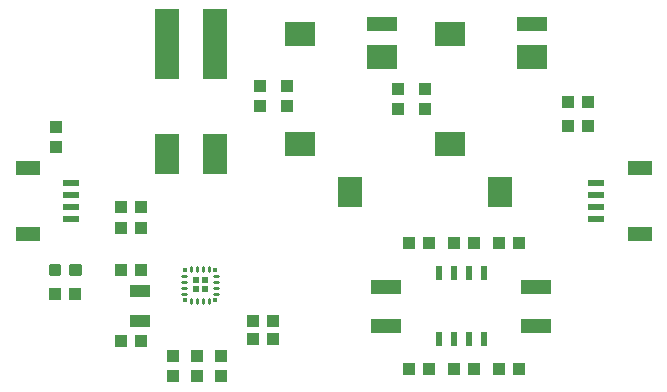
<source format=gtp>
G75*
%MOIN*%
%OFA0B0*%
%FSLAX25Y25*%
%IPPOS*%
%LPD*%
%AMOC8*
5,1,8,0,0,1.08239X$1,22.5*
%
%ADD10R,0.04331X0.03937*%
%ADD11R,0.03937X0.04331*%
%ADD12R,0.09843X0.04724*%
%ADD13C,0.01181*%
%ADD14R,0.09843X0.07874*%
%ADD15R,0.07874X0.09843*%
%ADD16R,0.07874X0.13780*%
%ADD17R,0.07874X0.23622*%
%ADD18R,0.07874X0.04724*%
%ADD19R,0.05315X0.02362*%
%ADD20C,0.01047*%
%ADD21R,0.01339X0.01339*%
%ADD22R,0.02264X0.02315*%
%ADD23R,0.02252X0.02406*%
%ADD24R,0.02390X0.02402*%
%ADD25R,0.02417X0.02339*%
%ADD26R,0.02362X0.04724*%
%ADD27R,0.07087X0.03937*%
D10*
X0099987Y0083500D03*
X0106680Y0083500D03*
X0084680Y0099000D03*
X0077987Y0099000D03*
X0099987Y0107000D03*
X0106680Y0107000D03*
X0106680Y0121000D03*
X0099987Y0121000D03*
X0099987Y0128000D03*
X0106680Y0128000D03*
X0143987Y0090000D03*
X0150680Y0090000D03*
X0150680Y0084000D03*
X0143987Y0084000D03*
X0195987Y0074000D03*
X0202680Y0074000D03*
X0210987Y0074000D03*
X0217680Y0074000D03*
X0225987Y0074000D03*
X0232680Y0074000D03*
X0232680Y0116000D03*
X0225987Y0116000D03*
X0217680Y0116000D03*
X0210987Y0116000D03*
X0202680Y0116000D03*
X0195987Y0116000D03*
X0248987Y0155000D03*
X0255680Y0155000D03*
X0255680Y0163000D03*
X0248987Y0163000D03*
D11*
X0117333Y0071654D03*
X0117333Y0078346D03*
X0125333Y0078346D03*
X0133333Y0078346D03*
X0133333Y0071654D03*
X0125333Y0071654D03*
X0078333Y0148154D03*
X0078333Y0154846D03*
X0146333Y0161654D03*
X0155333Y0161654D03*
X0155333Y0168346D03*
X0146333Y0168346D03*
X0192333Y0167346D03*
X0201333Y0167346D03*
X0201333Y0160654D03*
X0192333Y0160654D03*
D12*
X0186916Y0189094D03*
X0236916Y0189094D03*
X0238333Y0101496D03*
X0238333Y0088504D03*
X0188333Y0088504D03*
X0188333Y0101496D03*
D13*
X0086164Y0105622D02*
X0086164Y0108378D01*
X0086164Y0105622D02*
X0083408Y0105622D01*
X0083408Y0108378D01*
X0086164Y0108378D01*
X0086164Y0106744D02*
X0083408Y0106744D01*
X0083408Y0107866D02*
X0086164Y0107866D01*
X0079259Y0108378D02*
X0079259Y0105622D01*
X0076503Y0105622D01*
X0076503Y0108378D01*
X0079259Y0108378D01*
X0079259Y0106744D02*
X0076503Y0106744D01*
X0076503Y0107866D02*
X0079259Y0107866D01*
D14*
X0159751Y0148937D03*
X0186916Y0178071D03*
X0209751Y0185551D03*
X0236916Y0178071D03*
X0209751Y0148937D03*
X0159751Y0185551D03*
D15*
X0176286Y0132992D03*
X0226286Y0132992D03*
D16*
X0131207Y0145831D03*
X0115459Y0145831D03*
D17*
X0115459Y0182248D03*
X0131207Y0182248D03*
D18*
X0068865Y0141024D03*
X0068865Y0118976D03*
X0272802Y0118976D03*
X0272802Y0141024D03*
D19*
X0258333Y0135906D03*
X0258333Y0131969D03*
X0258333Y0128031D03*
X0258333Y0124094D03*
X0083333Y0124094D03*
X0083333Y0128031D03*
X0083333Y0131969D03*
X0083333Y0135906D03*
D20*
X0123353Y0107934D02*
X0123409Y0107934D01*
X0123409Y0106578D01*
X0123353Y0106578D01*
X0123353Y0107934D01*
X0123353Y0107573D02*
X0123409Y0107573D01*
X0125321Y0107934D02*
X0125377Y0107934D01*
X0125377Y0106578D01*
X0125321Y0106578D01*
X0125321Y0107934D01*
X0125321Y0107573D02*
X0125377Y0107573D01*
X0127290Y0107934D02*
X0127346Y0107934D01*
X0127346Y0106578D01*
X0127290Y0106578D01*
X0127290Y0107934D01*
X0127290Y0107573D02*
X0127346Y0107573D01*
X0129258Y0107934D02*
X0129314Y0107934D01*
X0129314Y0106578D01*
X0129258Y0106578D01*
X0129258Y0107934D01*
X0129258Y0107573D02*
X0129314Y0107573D01*
X0130911Y0104981D02*
X0130911Y0104925D01*
X0130911Y0104981D02*
X0132267Y0104981D01*
X0132267Y0104925D01*
X0130911Y0104925D01*
X0130911Y0103012D02*
X0130911Y0102956D01*
X0130911Y0103012D02*
X0132267Y0103012D01*
X0132267Y0102956D01*
X0130911Y0102956D01*
X0130911Y0101044D02*
X0130911Y0100988D01*
X0130911Y0101044D02*
X0132267Y0101044D01*
X0132267Y0100988D01*
X0130911Y0100988D01*
X0130911Y0099075D02*
X0130911Y0099019D01*
X0130911Y0099075D02*
X0132267Y0099075D01*
X0132267Y0099019D01*
X0130911Y0099019D01*
X0129314Y0096066D02*
X0129258Y0096066D01*
X0129258Y0097422D01*
X0129314Y0097422D01*
X0129314Y0096066D01*
X0129314Y0097061D02*
X0129258Y0097061D01*
X0127346Y0096066D02*
X0127290Y0096066D01*
X0127290Y0097422D01*
X0127346Y0097422D01*
X0127346Y0096066D01*
X0127346Y0097061D02*
X0127290Y0097061D01*
X0125377Y0096066D02*
X0125321Y0096066D01*
X0125321Y0097422D01*
X0125377Y0097422D01*
X0125377Y0096066D01*
X0125377Y0097061D02*
X0125321Y0097061D01*
X0123409Y0096066D02*
X0123353Y0096066D01*
X0123353Y0097422D01*
X0123409Y0097422D01*
X0123409Y0096066D01*
X0123409Y0097061D02*
X0123353Y0097061D01*
X0121755Y0099019D02*
X0121755Y0099075D01*
X0121755Y0099019D02*
X0120399Y0099019D01*
X0120399Y0099075D01*
X0121755Y0099075D01*
X0121755Y0100988D02*
X0121755Y0101044D01*
X0121755Y0100988D02*
X0120399Y0100988D01*
X0120399Y0101044D01*
X0121755Y0101044D01*
X0121755Y0102956D02*
X0121755Y0103012D01*
X0121755Y0102956D02*
X0120399Y0102956D01*
X0120399Y0103012D01*
X0121755Y0103012D01*
X0121755Y0104925D02*
X0121755Y0104981D01*
X0121755Y0104925D02*
X0120399Y0104925D01*
X0120399Y0104981D01*
X0121755Y0104981D01*
D21*
X0121353Y0106980D03*
X0131314Y0107020D03*
X0131314Y0097020D03*
X0121353Y0097020D03*
D22*
X0127863Y0103594D03*
D23*
X0127869Y0100604D03*
D24*
X0124855Y0100618D03*
D25*
X0124881Y0103555D03*
D26*
X0205833Y0106024D03*
X0210833Y0106024D03*
X0215833Y0106024D03*
X0220833Y0106024D03*
X0220833Y0083976D03*
X0215833Y0083976D03*
X0210833Y0083976D03*
X0205833Y0083976D03*
D27*
X0106333Y0090079D03*
X0106333Y0099921D03*
M02*

</source>
